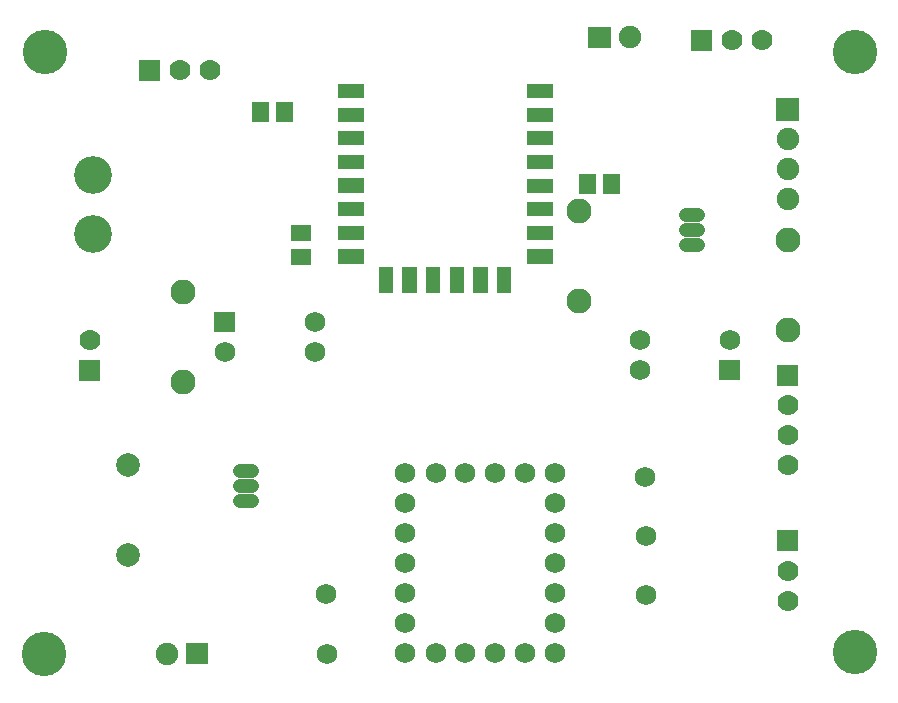
<source format=gts>
G04 Layer: TopSolderMaskLayer*
G04 EasyEDA v6.4.19.4, 2021-06-14T19:23:21+03:00*
G04 c287602e535a46618d334795f056a235,b3268d441ec746f5bebdd9f8aa6dfed9,10*
G04 Gerber Generator version 0.2*
G04 Scale: 100 percent, Rotated: No, Reflected: No *
G04 Dimensions in millimeters *
G04 leading zeros omitted , absolute positions ,4 integer and 5 decimal *
%FSLAX45Y45*%
%MOMM*%

%ADD38C,1.2032*%
%ADD39C,1.7272*%
%ADD43C,2.1082*%
%ADD44C,2.0032*%
%ADD46C,1.9032*%
%ADD48C,3.7592*%
%ADD51C,1.7780*%
%ADD52C,3.2032*%

%LPD*%
D38*
X6037287Y-1887296D02*
G01*
X5937288Y-1887296D01*
X6037287Y-2014296D02*
G01*
X5937288Y-2014296D01*
X6037287Y-2141296D02*
G01*
X5937288Y-2141296D01*
X2162695Y-4312691D02*
G01*
X2262695Y-4312691D01*
X2162695Y-4185691D02*
G01*
X2262695Y-4185691D01*
X2162695Y-4058691D02*
G01*
X2262695Y-4058691D01*
D39*
G01*
X3563010Y-4074210D03*
G01*
X3818356Y-4074210D03*
G01*
X4070222Y-4074210D03*
G01*
X4322114Y-4074210D03*
G01*
X4573981Y-4074210D03*
G01*
X4827092Y-4074210D03*
G01*
X3563035Y-5598540D03*
G01*
X3818356Y-5598540D03*
G01*
X4070222Y-5598540D03*
G01*
X4322114Y-5598540D03*
G01*
X4573981Y-5598540D03*
G01*
X4827092Y-5598540D03*
G01*
X3563035Y-5344490D03*
G01*
X3563035Y-5090439D03*
G01*
X3563035Y-4836388D03*
G01*
X3563035Y-4582337D03*
G01*
X3563035Y-4328287D03*
G01*
X4827092Y-5344490D03*
G01*
X4827117Y-5090439D03*
G01*
X4827092Y-4836388D03*
G01*
X4827092Y-4582337D03*
G01*
X4827092Y-4328287D03*
G01*
X2900095Y-5600115D03*
G01*
X2893898Y-5099177D03*
G01*
X5600903Y-5100929D03*
G01*
X5600903Y-4601718D03*
G01*
X5594502Y-4102531D03*
G36*
X2988563Y-898397D02*
G01*
X2988563Y-778002D01*
X3209036Y-778002D01*
X3209036Y-898397D01*
G37*
G36*
X2988563Y-1098295D02*
G01*
X2988563Y-978154D01*
X3209036Y-978154D01*
X3209036Y-1098295D01*
G37*
G36*
X2988563Y-1298194D02*
G01*
X2988563Y-1178052D01*
X3209036Y-1178052D01*
X3209036Y-1298194D01*
G37*
G36*
X2988563Y-1498345D02*
G01*
X2988563Y-1377950D01*
X3209036Y-1377950D01*
X3209036Y-1498345D01*
G37*
G36*
X2988563Y-1698497D02*
G01*
X2988563Y-1578102D01*
X3209036Y-1578102D01*
X3209036Y-1698497D01*
G37*
G36*
X2988563Y-1898395D02*
G01*
X2988563Y-1778000D01*
X3209036Y-1778000D01*
X3209036Y-1898395D01*
G37*
G36*
X2988563Y-2098294D02*
G01*
X2988563Y-1977897D01*
X3209036Y-1977897D01*
X3209036Y-2098294D01*
G37*
G36*
X2988818Y-2298445D02*
G01*
X2988818Y-2178050D01*
X3209036Y-2178050D01*
X3209036Y-2298445D01*
G37*
G36*
X3338829Y-2548381D02*
G01*
X3338829Y-2328163D01*
X3459225Y-2328163D01*
X3459225Y-2548381D01*
G37*
G36*
X3538727Y-2548381D02*
G01*
X3538727Y-2327910D01*
X3658870Y-2327910D01*
X3658870Y-2548381D01*
G37*
G36*
X3738372Y-2548381D02*
G01*
X3738372Y-2328163D01*
X3858768Y-2328163D01*
X3858768Y-2548381D01*
G37*
G36*
X3938524Y-2548381D02*
G01*
X3938524Y-2328163D01*
X4058920Y-2328163D01*
X4058920Y-2548381D01*
G37*
G36*
X4138422Y-2548381D02*
G01*
X4138422Y-2328163D01*
X4258818Y-2328163D01*
X4258818Y-2548381D01*
G37*
G36*
X4338574Y-2548381D02*
G01*
X4338574Y-2328163D01*
X4458715Y-2328163D01*
X4458715Y-2548381D01*
G37*
G36*
X4588763Y-2298954D02*
G01*
X4588763Y-2178557D01*
X4808981Y-2178557D01*
X4808981Y-2298954D01*
G37*
G36*
X4588763Y-2098547D02*
G01*
X4588763Y-1978152D01*
X4809236Y-1978152D01*
X4809236Y-2098547D01*
G37*
G36*
X4589018Y-1898650D02*
G01*
X4589018Y-1778507D01*
X4809236Y-1778507D01*
X4809236Y-1898650D01*
G37*
G36*
X4588763Y-1698752D02*
G01*
X4588763Y-1578355D01*
X4809236Y-1578355D01*
X4809236Y-1698752D01*
G37*
G36*
X4588763Y-1498600D02*
G01*
X4588763Y-1378204D01*
X4809236Y-1378204D01*
X4809236Y-1498600D01*
G37*
G36*
X4588763Y-1298702D02*
G01*
X4588763Y-1178305D01*
X4809236Y-1178305D01*
X4809236Y-1298702D01*
G37*
G36*
X4588763Y-1098550D02*
G01*
X4588763Y-978407D01*
X4809236Y-978407D01*
X4809236Y-1098550D01*
G37*
G36*
X4588763Y-898652D02*
G01*
X4588763Y-778255D01*
X4809236Y-778255D01*
X4809236Y-898652D01*
G37*
G36*
X1945639Y-2880360D02*
G01*
X1945639Y-2707639D01*
X2118360Y-2707639D01*
X2118360Y-2880360D01*
G37*
G01*
X2032000Y-3048000D03*
G01*
X2794000Y-3048000D03*
G01*
X2794000Y-2794000D03*
G36*
X6221729Y-3286252D02*
G01*
X6221729Y-3113531D01*
X6394450Y-3113531D01*
X6394450Y-3286252D01*
G37*
G01*
X6307988Y-2945993D03*
G01*
X5545988Y-2945993D03*
G01*
X5545988Y-3199993D03*
D43*
G01*
X1676400Y-3302000D03*
G01*
X1676400Y-2540000D03*
G01*
X6799986Y-2099995D03*
G01*
X6799986Y-2861995D03*
G01*
X5029200Y-1854200D03*
G01*
X5029200Y-2616200D03*
D44*
G01*
X1215897Y-4003802D03*
G01*
X1215897Y-4765802D03*
G36*
X6704838Y-1087373D02*
G01*
X6704838Y-896873D01*
X6895338Y-896873D01*
X6895338Y-1087373D01*
G37*
D46*
G01*
X6799986Y-1245996D03*
G01*
X6799986Y-1499996D03*
G01*
X6799986Y-1753996D03*
G36*
X5240527Y-1709165D02*
G01*
X5240527Y-1542034D01*
X5376672Y-1542034D01*
X5376672Y-1709165D01*
G37*
G36*
X5037327Y-1709165D02*
G01*
X5037327Y-1542034D01*
X5173472Y-1542034D01*
X5173472Y-1709165D01*
G37*
G36*
X2268728Y-1099565D02*
G01*
X2268728Y-932434D01*
X2404871Y-932434D01*
X2404871Y-1099565D01*
G37*
G36*
X2471927Y-1099565D02*
G01*
X2471927Y-932434D01*
X2608072Y-932434D01*
X2608072Y-1099565D01*
G37*
D48*
G01*
X508000Y-508000D03*
G01*
X499998Y-5599988D03*
G01*
X7366000Y-5588000D03*
G01*
X7366000Y-508000D03*
G36*
X1705102Y-5689092D02*
G01*
X1705102Y-5511292D01*
X1895347Y-5511292D01*
X1895347Y-5689092D01*
G37*
D46*
G01*
X1546199Y-5600141D03*
G36*
X800100Y-3289300D02*
G01*
X800100Y-3111500D01*
X977900Y-3111500D01*
X977900Y-3289300D01*
G37*
D51*
G01*
X889000Y-2946400D03*
G36*
X6711188Y-3335020D02*
G01*
X6711188Y-3157220D01*
X6888988Y-3157220D01*
X6888988Y-3335020D01*
G37*
G01*
X6800088Y-3500120D03*
G01*
X6800088Y-3754120D03*
G01*
X6800088Y-4008120D03*
D52*
G01*
X914400Y-1549400D03*
G01*
X914400Y-2049271D03*
G36*
X2594102Y-2110994D02*
G01*
X2594102Y-1974850D01*
X2761234Y-1974850D01*
X2761234Y-2110994D01*
G37*
G36*
X2594102Y-2314194D02*
G01*
X2594102Y-2178050D01*
X2761234Y-2178050D01*
X2761234Y-2314194D01*
G37*
D51*
G01*
X6578600Y-406400D03*
G01*
X6324600Y-406400D03*
G36*
X5981700Y-495300D02*
G01*
X5981700Y-317500D01*
X6159500Y-317500D01*
X6159500Y-495300D01*
G37*
G01*
X6800088Y-5153913D03*
G01*
X6800088Y-4899913D03*
G36*
X6711188Y-4734813D02*
G01*
X6711188Y-4557013D01*
X6888988Y-4557013D01*
X6888988Y-4734813D01*
G37*
G36*
X5111750Y-469900D02*
G01*
X5111750Y-292100D01*
X5302250Y-292100D01*
X5302250Y-469900D01*
G37*
D46*
G01*
X5461000Y-381000D03*
D51*
G01*
X1905000Y-660400D03*
G01*
X1651000Y-660400D03*
G36*
X1308100Y-749300D02*
G01*
X1308100Y-571500D01*
X1485900Y-571500D01*
X1485900Y-749300D01*
G37*
M02*

</source>
